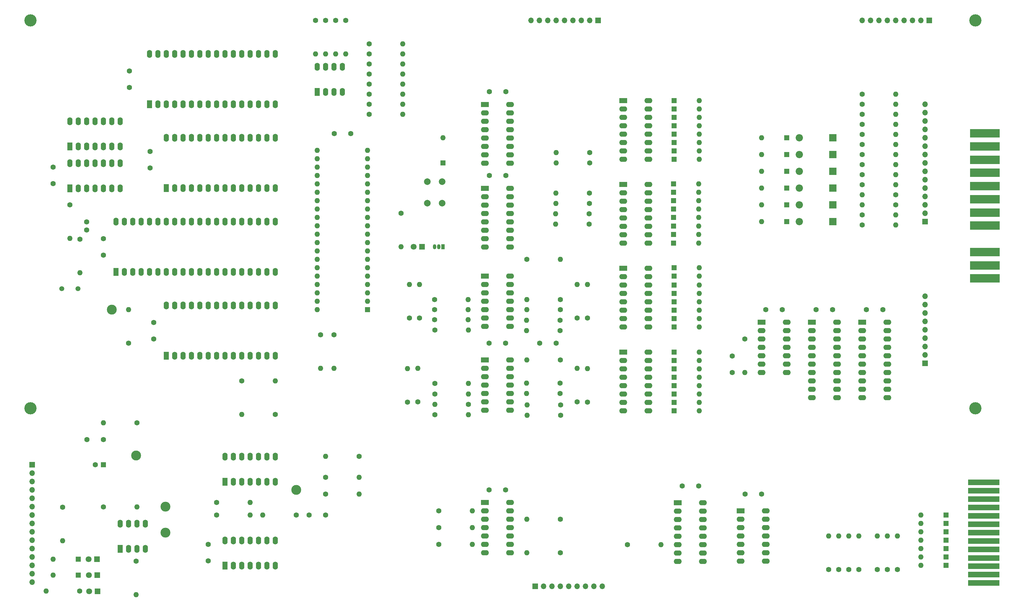
<source format=gbs>
%TF.GenerationSoftware,KiCad,Pcbnew,6.0.1-79c1e3a40b~116~ubuntu20.04.1*%
%TF.CreationDate,2022-02-18T22:33:53-05:00*%
%TF.ProjectId,gp-mpu,67702d6d-7075-42e6-9b69-6361645f7063,rev?*%
%TF.SameCoordinates,Original*%
%TF.FileFunction,Soldermask,Bot*%
%TF.FilePolarity,Negative*%
%FSLAX46Y46*%
G04 Gerber Fmt 4.6, Leading zero omitted, Abs format (unit mm)*
G04 Created by KiCad (PCBNEW 6.0.1-79c1e3a40b~116~ubuntu20.04.1) date 2022-02-18 22:33:53*
%MOMM*%
%LPD*%
G01*
G04 APERTURE LIST*
%ADD10R,1.600000X1.600000*%
%ADD11O,1.600000X1.600000*%
%ADD12C,1.600000*%
%ADD13R,1.600000X2.400000*%
%ADD14O,1.600000X2.400000*%
%ADD15R,1.700000X1.700000*%
%ADD16O,1.700000X1.700000*%
%ADD17C,3.000000*%
%ADD18R,2.200000X2.200000*%
%ADD19O,2.200000X2.200000*%
%ADD20R,1.800000X1.800000*%
%ADD21C,1.800000*%
%ADD22R,2.400000X1.600000*%
%ADD23O,2.400000X1.600000*%
%ADD24C,2.000000*%
%ADD25R,1.050000X1.500000*%
%ADD26O,1.050000X1.500000*%
%ADD27C,3.700000*%
%ADD28R,9.525000X1.780000*%
%ADD29R,9.000000X2.500000*%
%ADD30C,1.500000*%
G04 APERTURE END LIST*
D10*
%TO.C,D42*%
X203200000Y-73710800D03*
D11*
X210820000Y-73710800D03*
%TD*%
D12*
%TO.C,C14*%
X152345000Y-153665000D03*
X147345000Y-153665000D03*
%TD*%
D13*
%TO.C,U6*%
X44445000Y-36835000D03*
D14*
X46985000Y-36835000D03*
X49525000Y-36835000D03*
X52065000Y-36835000D03*
X54605000Y-36835000D03*
X57145000Y-36835000D03*
X59685000Y-36835000D03*
X62225000Y-36835000D03*
X64765000Y-36835000D03*
X67305000Y-36835000D03*
X69845000Y-36835000D03*
X72385000Y-36835000D03*
X74925000Y-36835000D03*
X77465000Y-36835000D03*
X80005000Y-36835000D03*
X82545000Y-36835000D03*
X82545000Y-21595000D03*
X80005000Y-21595000D03*
X77465000Y-21595000D03*
X74925000Y-21595000D03*
X72385000Y-21595000D03*
X69845000Y-21595000D03*
X67305000Y-21595000D03*
X64765000Y-21595000D03*
X62225000Y-21595000D03*
X59685000Y-21595000D03*
X57145000Y-21595000D03*
X54605000Y-21595000D03*
X52065000Y-21595000D03*
X49525000Y-21595000D03*
X46985000Y-21595000D03*
X44445000Y-21595000D03*
%TD*%
D10*
%TO.C,D50*%
X203327000Y-124587000D03*
D11*
X210947000Y-124587000D03*
%TD*%
D12*
%TO.C,R21*%
X270510000Y-67310000D03*
D11*
X260350000Y-67310000D03*
%TD*%
D12*
%TO.C,C5*%
X97745000Y-161290000D03*
X92745000Y-161290000D03*
%TD*%
D13*
%TO.C,U5*%
X67300000Y-176545000D03*
D14*
X69840000Y-176545000D03*
X72380000Y-176545000D03*
X74920000Y-176545000D03*
X77460000Y-176545000D03*
X80000000Y-176545000D03*
X82540000Y-176545000D03*
X82540000Y-168925000D03*
X80000000Y-168925000D03*
X77460000Y-168925000D03*
X74920000Y-168925000D03*
X72380000Y-168925000D03*
X69840000Y-168925000D03*
X67300000Y-168925000D03*
%TD*%
D15*
%TO.C,J4*%
X279400000Y-115316000D03*
D16*
X279400000Y-112776000D03*
X279400000Y-110236000D03*
X279400000Y-107696000D03*
X279400000Y-105156000D03*
X279400000Y-102616000D03*
X279400000Y-100076000D03*
X279400000Y-97536000D03*
X279400000Y-94996000D03*
%TD*%
D12*
%TO.C,L1*%
X40635000Y-133350000D03*
D11*
X30475000Y-133350000D03*
%TD*%
D17*
%TO.C,TP6*%
X88895000Y-153670000D03*
%TD*%
D12*
%TO.C,R32*%
X88895000Y-161290000D03*
D11*
X78735000Y-161290000D03*
%TD*%
D12*
%TO.C,R69*%
X125715000Y-126995000D03*
D11*
X125715000Y-116835000D03*
%TD*%
D12*
%TO.C,R25*%
X23368000Y-77724000D03*
D11*
X23368000Y-87884000D03*
%TD*%
D10*
%TO.C,D16*%
X285750000Y-171450000D03*
D11*
X278130000Y-171450000D03*
%TD*%
D10*
%TO.C,D19*%
X285750000Y-161290000D03*
D11*
X278130000Y-161290000D03*
%TD*%
D18*
%TO.C,D5*%
X251460000Y-57150000D03*
D19*
X241300000Y-57150000D03*
%TD*%
D12*
%TO.C,R17*%
X270510000Y-64262000D03*
D11*
X260350000Y-64262000D03*
%TD*%
D12*
%TO.C,R37*%
X264922000Y-177800000D03*
D11*
X264922000Y-167640000D03*
%TD*%
D20*
%TO.C,D58*%
X28656200Y-184353200D03*
D21*
X26116200Y-184353200D03*
%TD*%
D12*
%TO.C,R13*%
X177698400Y-66852800D03*
D11*
X167538400Y-66852800D03*
%TD*%
D12*
%TO.C,R54*%
X130860800Y-121412000D03*
D11*
X141020800Y-121412000D03*
%TD*%
D22*
%TO.C,U9*%
X146035000Y-157475000D03*
D23*
X146035000Y-160015000D03*
X146035000Y-162555000D03*
X146035000Y-165095000D03*
X146035000Y-167635000D03*
X146035000Y-170175000D03*
X146035000Y-172715000D03*
X153655000Y-172715000D03*
X153655000Y-170175000D03*
X153655000Y-167635000D03*
X153655000Y-165095000D03*
X153655000Y-162555000D03*
X153655000Y-160015000D03*
X153655000Y-157475000D03*
%TD*%
D12*
%TO.C,R33*%
X82545000Y-130810000D03*
D11*
X72385000Y-130810000D03*
%TD*%
D12*
%TO.C,C7*%
X30475000Y-82550000D03*
X30475000Y-77550000D03*
%TD*%
D10*
%TO.C,D21*%
X203327000Y-40767000D03*
D11*
X210947000Y-40767000D03*
%TD*%
D22*
%TO.C,U12*%
X229855000Y-102865000D03*
D23*
X229855000Y-105405000D03*
X229855000Y-107945000D03*
X229855000Y-110485000D03*
X229855000Y-113025000D03*
X229855000Y-115565000D03*
X229855000Y-118105000D03*
X237475000Y-118105000D03*
X237475000Y-115565000D03*
X237475000Y-113025000D03*
X237475000Y-110485000D03*
X237475000Y-107945000D03*
X237475000Y-105405000D03*
X237475000Y-102865000D03*
%TD*%
D22*
%TO.C,U17*%
X204455000Y-157495000D03*
D23*
X204455000Y-160035000D03*
X204455000Y-162575000D03*
X204455000Y-165115000D03*
X204455000Y-167655000D03*
X204455000Y-170195000D03*
X204455000Y-172735000D03*
X204455000Y-175275000D03*
X212075000Y-175275000D03*
X212075000Y-172735000D03*
X212075000Y-170195000D03*
X212075000Y-167655000D03*
X212075000Y-165115000D03*
X212075000Y-162575000D03*
X212075000Y-160035000D03*
X212075000Y-157495000D03*
%TD*%
D12*
%TO.C,R8*%
X132080000Y-170180000D03*
D11*
X142240000Y-170180000D03*
%TD*%
D13*
%TO.C,U4*%
X20310000Y-49545000D03*
D14*
X22850000Y-49545000D03*
X25390000Y-49545000D03*
X27930000Y-49545000D03*
X30470000Y-49545000D03*
X33010000Y-49545000D03*
X35550000Y-49545000D03*
X35550000Y-41925000D03*
X33010000Y-41925000D03*
X30470000Y-41925000D03*
X27930000Y-41925000D03*
X25390000Y-41925000D03*
X22850000Y-41925000D03*
X20310000Y-41925000D03*
%TD*%
D12*
%TO.C,R24*%
X20315000Y-67310000D03*
D11*
X20315000Y-77470000D03*
%TD*%
D12*
%TO.C,R31*%
X64765000Y-161290000D03*
D11*
X74925000Y-161290000D03*
%TD*%
D12*
%TO.C,C20*%
X44577000Y-51094000D03*
X44577000Y-56094000D03*
%TD*%
%TO.C,R85*%
X110998000Y-33782000D03*
D11*
X121158000Y-33782000D03*
%TD*%
D24*
%TO.C,SW6*%
X128560000Y-66750000D03*
X128560000Y-60250000D03*
X133060000Y-66750000D03*
X133060000Y-60250000D03*
%TD*%
D12*
%TO.C,R77*%
X120650000Y-69850000D03*
D11*
X120650000Y-80010000D03*
%TD*%
D10*
%TO.C,D30*%
X203327000Y-96647000D03*
D11*
X210947000Y-96647000D03*
%TD*%
D12*
%TO.C,R55*%
X130860800Y-130860800D03*
D11*
X141020800Y-130860800D03*
%TD*%
D20*
%TO.C,D57*%
X28605400Y-179425600D03*
D21*
X26065400Y-179425600D03*
%TD*%
D10*
%TO.C,D14*%
X285750000Y-176530000D03*
D11*
X278130000Y-176530000D03*
%TD*%
D10*
%TO.C,D43*%
X203200000Y-78841600D03*
D11*
X210820000Y-78841600D03*
%TD*%
D10*
%TO.C,D40*%
X203200000Y-63500000D03*
D11*
X210820000Y-63500000D03*
%TD*%
D12*
%TO.C,C19*%
X210805000Y-152415000D03*
X205805000Y-152415000D03*
%TD*%
D25*
%TO.C,Q1*%
X133350000Y-80010000D03*
D26*
X132080000Y-80010000D03*
X130810000Y-80010000D03*
%TD*%
D10*
%TO.C,D26*%
X203200000Y-71120000D03*
D11*
X210820000Y-71120000D03*
%TD*%
D10*
%TO.C,D33*%
X203327000Y-116967000D03*
D11*
X210947000Y-116967000D03*
%TD*%
D12*
%TO.C,R28*%
X107950000Y-143510000D03*
D11*
X97790000Y-143510000D03*
%TD*%
D12*
%TO.C,R86*%
X110998000Y-27686000D03*
D11*
X121158000Y-27686000D03*
%TD*%
D27*
%TO.C,REF\u002A\u002A*%
X8382000Y-11430000D03*
%TD*%
D10*
%TO.C,D45*%
X203327000Y-94107000D03*
D11*
X210947000Y-94107000D03*
%TD*%
D10*
%TO.C,D41*%
X203200000Y-68580000D03*
D11*
X210820000Y-68580000D03*
%TD*%
D17*
%TO.C,TP5*%
X33015000Y-99060000D03*
%TD*%
D15*
%TO.C,J6*%
X280660000Y-11430000D03*
D16*
X278120000Y-11430000D03*
X275580000Y-11430000D03*
X273040000Y-11430000D03*
X270500000Y-11430000D03*
X267960000Y-11430000D03*
X265420000Y-11430000D03*
X262880000Y-11430000D03*
X260340000Y-11430000D03*
%TD*%
D13*
%TO.C,U7*%
X49535000Y-62210000D03*
D14*
X52075000Y-62210000D03*
X54615000Y-62210000D03*
X57155000Y-62210000D03*
X59695000Y-62210000D03*
X62235000Y-62210000D03*
X64775000Y-62210000D03*
X67315000Y-62210000D03*
X69855000Y-62210000D03*
X72395000Y-62210000D03*
X74935000Y-62210000D03*
X77475000Y-62210000D03*
X80015000Y-62210000D03*
X82555000Y-62210000D03*
X82555000Y-46970000D03*
X80015000Y-46970000D03*
X77475000Y-46970000D03*
X74935000Y-46970000D03*
X72395000Y-46970000D03*
X69855000Y-46970000D03*
X67315000Y-46970000D03*
X64775000Y-46970000D03*
X62235000Y-46970000D03*
X59695000Y-46970000D03*
X57155000Y-46970000D03*
X54615000Y-46970000D03*
X52075000Y-46970000D03*
X49535000Y-46970000D03*
%TD*%
D10*
%TO.C,D24*%
X203200000Y-60960000D03*
D11*
X210820000Y-60960000D03*
%TD*%
D10*
%TO.C,D15*%
X285750000Y-173990000D03*
D11*
X278130000Y-173990000D03*
%TD*%
D12*
%TO.C,R50*%
X260350000Y-42926000D03*
D11*
X270510000Y-42926000D03*
%TD*%
D12*
%TO.C,R6*%
X132080000Y-160020000D03*
D11*
X142240000Y-160020000D03*
%TD*%
D12*
%TO.C,R4*%
X100838000Y-11430000D03*
D11*
X100838000Y-21590000D03*
%TD*%
D12*
%TO.C,R12*%
X177698400Y-63703200D03*
D11*
X167538400Y-63703200D03*
%TD*%
D12*
%TO.C,R47*%
X260350000Y-55118000D03*
D11*
X270510000Y-55118000D03*
%TD*%
D20*
%TO.C,D52*%
X127000000Y-80010000D03*
D21*
X124460000Y-80010000D03*
%TD*%
D10*
%TO.C,U8*%
X110490000Y-99055000D03*
D11*
X110490000Y-96515000D03*
X110490000Y-93975000D03*
X110490000Y-91435000D03*
X110490000Y-88895000D03*
X110490000Y-86355000D03*
X110490000Y-83815000D03*
X110490000Y-81275000D03*
X110490000Y-78735000D03*
X110490000Y-76195000D03*
X110490000Y-73655000D03*
X110490000Y-71115000D03*
X110490000Y-68575000D03*
X110490000Y-66035000D03*
X110490000Y-63495000D03*
X110490000Y-60955000D03*
X110490000Y-58415000D03*
X110490000Y-55875000D03*
X110490000Y-53335000D03*
X110490000Y-50795000D03*
X95250000Y-50795000D03*
X95250000Y-53335000D03*
X95250000Y-55875000D03*
X95250000Y-58415000D03*
X95250000Y-60955000D03*
X95250000Y-63495000D03*
X95250000Y-66035000D03*
X95250000Y-68575000D03*
X95250000Y-71115000D03*
X95250000Y-73655000D03*
X95250000Y-76195000D03*
X95250000Y-78735000D03*
X95250000Y-81275000D03*
X95250000Y-83815000D03*
X95250000Y-86355000D03*
X95250000Y-88895000D03*
X95250000Y-91435000D03*
X95250000Y-93975000D03*
X95250000Y-96515000D03*
X95250000Y-99055000D03*
%TD*%
D18*
%TO.C,D1*%
X251460000Y-46990000D03*
D19*
X241300000Y-46990000D03*
%TD*%
D13*
%TO.C,U20*%
X67300000Y-151145000D03*
D14*
X69840000Y-151145000D03*
X72380000Y-151145000D03*
X74920000Y-151145000D03*
X77460000Y-151145000D03*
X80000000Y-151145000D03*
X82540000Y-151145000D03*
X82540000Y-143525000D03*
X80000000Y-143525000D03*
X77460000Y-143525000D03*
X74920000Y-143525000D03*
X72380000Y-143525000D03*
X69840000Y-143525000D03*
X67300000Y-143525000D03*
%TD*%
D10*
%TO.C,D53*%
X133350000Y-54610000D03*
D11*
X133350000Y-46990000D03*
%TD*%
D12*
%TO.C,C1*%
X220980000Y-118070000D03*
X220980000Y-113070000D03*
%TD*%
%TO.C,R53*%
X130860800Y-124561600D03*
D11*
X141020800Y-124561600D03*
%TD*%
D20*
%TO.C,D55*%
X28554600Y-174650400D03*
D21*
X26014600Y-174650400D03*
%TD*%
D12*
%TO.C,R66*%
X168910000Y-99060000D03*
D11*
X158750000Y-99060000D03*
%TD*%
D12*
%TO.C,R63*%
X130860800Y-105206800D03*
D11*
X141020800Y-105206800D03*
%TD*%
D12*
%TO.C,R45*%
X260350000Y-52070000D03*
D11*
X270510000Y-52070000D03*
%TD*%
D12*
%TO.C,R60*%
X168960800Y-131064000D03*
D11*
X158800800Y-131064000D03*
%TD*%
D12*
%TO.C,R89*%
X110998000Y-24638000D03*
D11*
X121158000Y-24638000D03*
%TD*%
D27*
%TO.C,REF\u002A\u002A*%
X8382000Y-128905000D03*
%TD*%
D10*
%TO.C,D37*%
X203327000Y-43307000D03*
D11*
X210947000Y-43307000D03*
%TD*%
D12*
%TO.C,R67*%
X168808400Y-102209600D03*
D11*
X158648400Y-102209600D03*
%TD*%
D10*
%TO.C,D44*%
X203327000Y-88900000D03*
D11*
X210947000Y-88900000D03*
%TD*%
D22*
%TO.C,U14*%
X260335000Y-102875000D03*
D23*
X260335000Y-105415000D03*
X260335000Y-107955000D03*
X260335000Y-110495000D03*
X260335000Y-113035000D03*
X260335000Y-115575000D03*
X260335000Y-118115000D03*
X260335000Y-120655000D03*
X260335000Y-123195000D03*
X260335000Y-125735000D03*
X267955000Y-125735000D03*
X267955000Y-123195000D03*
X267955000Y-120655000D03*
X267955000Y-118115000D03*
X267955000Y-115575000D03*
X267955000Y-113035000D03*
X267955000Y-110495000D03*
X267955000Y-107955000D03*
X267955000Y-105415000D03*
X267955000Y-102875000D03*
%TD*%
D12*
%TO.C,R30*%
X97790000Y-149860000D03*
D11*
X107950000Y-149860000D03*
%TD*%
D12*
%TO.C,R80*%
X18084800Y-158851600D03*
D11*
X18084800Y-169011600D03*
%TD*%
D13*
%TO.C,U3*%
X20310000Y-62245000D03*
D14*
X22850000Y-62245000D03*
X25390000Y-62245000D03*
X27930000Y-62245000D03*
X30470000Y-62245000D03*
X33010000Y-62245000D03*
X35550000Y-62245000D03*
X35550000Y-54625000D03*
X33010000Y-54625000D03*
X30470000Y-54625000D03*
X27930000Y-54625000D03*
X25390000Y-54625000D03*
X22850000Y-54625000D03*
X20310000Y-54625000D03*
%TD*%
D12*
%TO.C,R10*%
X168910000Y-172720000D03*
D11*
X158750000Y-172720000D03*
%TD*%
D10*
%TO.C,D20*%
X203327000Y-35687000D03*
D11*
X210947000Y-35687000D03*
%TD*%
D18*
%TO.C,D3*%
X251460000Y-52070000D03*
D19*
X241300000Y-52070000D03*
%TD*%
D12*
%TO.C,R64*%
X130810000Y-102108000D03*
D11*
X140970000Y-102108000D03*
%TD*%
D12*
%TO.C,R83*%
X110998000Y-36830000D03*
D11*
X121158000Y-36830000D03*
%TD*%
D12*
%TO.C,C16*%
X15235000Y-55880000D03*
X15235000Y-60880000D03*
%TD*%
%TO.C,R39*%
X256286000Y-177800000D03*
D11*
X256286000Y-167640000D03*
%TD*%
D12*
%TO.C,R40*%
X259334000Y-177800000D03*
D11*
X259334000Y-167640000D03*
%TD*%
D12*
%TO.C,R38*%
X267970000Y-177800000D03*
D11*
X267970000Y-167640000D03*
%TD*%
D12*
%TO.C,R23*%
X168910000Y-162560000D03*
D11*
X158750000Y-162560000D03*
%TD*%
D12*
%TO.C,R9*%
X177800000Y-54610000D03*
D11*
X167640000Y-54610000D03*
%TD*%
D10*
%TO.C,D51*%
X203327000Y-129667000D03*
D11*
X210947000Y-129667000D03*
%TD*%
D12*
%TO.C,C15*%
X152360000Y-33020000D03*
X147360000Y-33020000D03*
%TD*%
%TO.C,C9*%
X38354000Y-26710000D03*
X38354000Y-31710000D03*
%TD*%
%TO.C,R79*%
X100325000Y-106680000D03*
D11*
X100325000Y-116840000D03*
%TD*%
D12*
%TO.C,R68*%
X168859200Y-105359200D03*
D11*
X158699200Y-105359200D03*
%TD*%
D12*
%TO.C,R70*%
X122580400Y-127050800D03*
D11*
X122580400Y-116890800D03*
%TD*%
D10*
%TO.C,D35*%
X203327000Y-127127000D03*
D11*
X210947000Y-127127000D03*
%TD*%
D15*
%TO.C,J2*%
X161285000Y-182880000D03*
D16*
X163825000Y-182880000D03*
X166365000Y-182880000D03*
X168905000Y-182880000D03*
X171445000Y-182880000D03*
X173985000Y-182880000D03*
X176525000Y-182880000D03*
X179065000Y-182880000D03*
X181605000Y-182880000D03*
%TD*%
D12*
%TO.C,R19*%
X260350000Y-70358000D03*
D11*
X270510000Y-70358000D03*
%TD*%
D12*
%TO.C,R78*%
X96275000Y-106680000D03*
D11*
X96275000Y-116840000D03*
%TD*%
D12*
%TO.C,R65*%
X168910000Y-95961200D03*
D11*
X158750000Y-95961200D03*
%TD*%
D12*
%TO.C,C3*%
X30475000Y-138430000D03*
X25475000Y-138430000D03*
%TD*%
D22*
%TO.C,U13*%
X245095000Y-102875000D03*
D23*
X245095000Y-105415000D03*
X245095000Y-107955000D03*
X245095000Y-110495000D03*
X245095000Y-113035000D03*
X245095000Y-115575000D03*
X245095000Y-118115000D03*
X245095000Y-120655000D03*
X245095000Y-123195000D03*
X245095000Y-125735000D03*
X252715000Y-125735000D03*
X252715000Y-123195000D03*
X252715000Y-120655000D03*
X252715000Y-118115000D03*
X252715000Y-115575000D03*
X252715000Y-113035000D03*
X252715000Y-110495000D03*
X252715000Y-107955000D03*
X252715000Y-105415000D03*
X252715000Y-102875000D03*
%TD*%
D10*
%TO.C,D25*%
X203200000Y-66040000D03*
D11*
X210820000Y-66040000D03*
%TD*%
D12*
%TO.C,R88*%
X110998000Y-18542000D03*
D11*
X121158000Y-18542000D03*
%TD*%
D22*
%TO.C,U10*%
X146035000Y-36845000D03*
D23*
X146035000Y-39385000D03*
X146035000Y-41925000D03*
X146035000Y-44465000D03*
X146035000Y-47005000D03*
X146035000Y-49545000D03*
X146035000Y-52085000D03*
X146035000Y-54625000D03*
X153655000Y-54625000D03*
X153655000Y-52085000D03*
X153655000Y-49545000D03*
X153655000Y-47005000D03*
X153655000Y-44465000D03*
X153655000Y-41925000D03*
X153655000Y-39385000D03*
X153655000Y-36845000D03*
%TD*%
D12*
%TO.C,C13*%
X100370000Y-45720000D03*
X105370000Y-45720000D03*
%TD*%
D22*
%TO.C,U16*%
X146035000Y-114295000D03*
D23*
X146035000Y-116835000D03*
X146035000Y-119375000D03*
X146035000Y-121915000D03*
X146035000Y-124455000D03*
X146035000Y-126995000D03*
X146035000Y-129535000D03*
X153655000Y-129535000D03*
X153655000Y-126995000D03*
X153655000Y-124455000D03*
X153655000Y-121915000D03*
X153655000Y-119375000D03*
X153655000Y-116835000D03*
X153655000Y-114295000D03*
%TD*%
D12*
%TO.C,R82*%
X40386000Y-175260000D03*
D11*
X40386000Y-185420000D03*
%TD*%
D13*
%TO.C,U2*%
X34290000Y-87635000D03*
D14*
X36830000Y-87635000D03*
X39370000Y-87635000D03*
X41910000Y-87635000D03*
X44450000Y-87635000D03*
X46990000Y-87635000D03*
X49530000Y-87635000D03*
X52070000Y-87635000D03*
X54610000Y-87635000D03*
X57150000Y-87635000D03*
X59690000Y-87635000D03*
X62230000Y-87635000D03*
X64770000Y-87635000D03*
X67310000Y-87635000D03*
X69850000Y-87635000D03*
X72390000Y-87635000D03*
X74930000Y-87635000D03*
X77470000Y-87635000D03*
X80010000Y-87635000D03*
X82550000Y-87635000D03*
X82550000Y-72395000D03*
X80010000Y-72395000D03*
X77470000Y-72395000D03*
X74930000Y-72395000D03*
X72390000Y-72395000D03*
X69850000Y-72395000D03*
X67310000Y-72395000D03*
X64770000Y-72395000D03*
X62230000Y-72395000D03*
X59690000Y-72395000D03*
X57150000Y-72395000D03*
X54610000Y-72395000D03*
X52070000Y-72395000D03*
X49530000Y-72395000D03*
X46990000Y-72395000D03*
X44450000Y-72395000D03*
X41910000Y-72395000D03*
X39370000Y-72395000D03*
X36830000Y-72395000D03*
X34290000Y-72395000D03*
%TD*%
D12*
%TO.C,C2*%
X25395000Y-74930000D03*
X25395000Y-72430000D03*
%TD*%
D10*
%TO.C,D36*%
X203327000Y-38227000D03*
D11*
X210947000Y-38227000D03*
%TD*%
D10*
%TO.C,D12*%
X237490000Y-72390000D03*
D11*
X229870000Y-72390000D03*
%TD*%
D12*
%TO.C,R46*%
X260350000Y-33782000D03*
D11*
X270510000Y-33782000D03*
%TD*%
D10*
%TO.C,D34*%
X203327000Y-122047000D03*
D11*
X210947000Y-122047000D03*
%TD*%
D10*
%TO.C,D32*%
X203327000Y-111887000D03*
D11*
X210947000Y-111887000D03*
%TD*%
D10*
%TO.C,D29*%
X203327000Y-91567000D03*
D11*
X210947000Y-91567000D03*
%TD*%
D12*
%TO.C,R59*%
X168960800Y-127863600D03*
D11*
X158800800Y-127863600D03*
%TD*%
D12*
%TO.C,R34*%
X64765000Y-157480000D03*
D11*
X74925000Y-157480000D03*
%TD*%
D12*
%TO.C,R14*%
X177647600Y-69951600D03*
D11*
X167487600Y-69951600D03*
%TD*%
D12*
%TO.C,R62*%
X130810000Y-95961200D03*
D11*
X140970000Y-95961200D03*
%TD*%
D12*
%TO.C,R11*%
X177800000Y-51460400D03*
D11*
X167640000Y-51460400D03*
%TD*%
D28*
%TO.C,J3*%
X297130200Y-181827200D03*
X297130200Y-179287200D03*
X297130200Y-176747200D03*
X297168300Y-174258000D03*
X297130200Y-171667200D03*
X297130200Y-169127200D03*
X297130200Y-166587200D03*
X297130200Y-164047200D03*
X297130200Y-161507200D03*
X297130200Y-158967200D03*
X297130200Y-156427200D03*
X297130200Y-153887200D03*
X297142900Y-151321800D03*
%TD*%
D12*
%TO.C,R56*%
X141020800Y-127711200D03*
D11*
X130860800Y-127711200D03*
%TD*%
D22*
%TO.C,SW5*%
X187960000Y-111887000D03*
D23*
X187960000Y-114427000D03*
X187960000Y-116967000D03*
X187960000Y-119507000D03*
X187960000Y-122047000D03*
X187960000Y-124587000D03*
X187960000Y-127127000D03*
X187960000Y-129667000D03*
X195580000Y-129667000D03*
X195580000Y-127127000D03*
X195580000Y-124587000D03*
X195580000Y-122047000D03*
X195580000Y-119507000D03*
X195580000Y-116967000D03*
X195580000Y-114427000D03*
X195580000Y-111887000D03*
%TD*%
D12*
%TO.C,R42*%
X250190000Y-177800000D03*
D11*
X250190000Y-167640000D03*
%TD*%
D12*
%TO.C,R49*%
X260350000Y-49022000D03*
D11*
X270510000Y-49022000D03*
%TD*%
D10*
%TO.C,D23*%
X203327000Y-50927000D03*
D11*
X210947000Y-50927000D03*
%TD*%
D12*
%TO.C,R58*%
X168859200Y-124460000D03*
D11*
X158699200Y-124460000D03*
%TD*%
D10*
%TO.C,D56*%
X22860000Y-179425600D03*
D11*
X15240000Y-179425600D03*
%TD*%
D22*
%TO.C,U19*%
X146035000Y-88895000D03*
D23*
X146035000Y-91435000D03*
X146035000Y-93975000D03*
X146035000Y-96515000D03*
X146035000Y-99055000D03*
X146035000Y-101595000D03*
X146035000Y-104135000D03*
X153655000Y-104135000D03*
X153655000Y-101595000D03*
X153655000Y-99055000D03*
X153655000Y-96515000D03*
X153655000Y-93975000D03*
X153655000Y-91435000D03*
X153655000Y-88895000D03*
%TD*%
D12*
%TO.C,R90*%
X110998000Y-39878000D03*
D11*
X121158000Y-39878000D03*
%TD*%
D12*
%TO.C,R71*%
X173975000Y-126995000D03*
D11*
X173975000Y-116835000D03*
%TD*%
D12*
%TO.C,R87*%
X110998000Y-21590000D03*
D11*
X121158000Y-21590000D03*
%TD*%
D10*
%TO.C,D54*%
X22860000Y-174599600D03*
D11*
X15240000Y-174599600D03*
%TD*%
D12*
%TO.C,C11*%
X251405000Y-99060000D03*
X246405000Y-99060000D03*
%TD*%
D10*
%TO.C,D38*%
X203327000Y-48387000D03*
D11*
X210947000Y-48387000D03*
%TD*%
D10*
%TO.C,D39*%
X203327000Y-53467000D03*
D11*
X210947000Y-53467000D03*
%TD*%
D12*
%TO.C,R72*%
X177088800Y-127050800D03*
D11*
X177088800Y-116890800D03*
%TD*%
D10*
%TO.C,D6*%
X237490000Y-57150000D03*
D11*
X229870000Y-57150000D03*
%TD*%
D29*
%TO.C,J9*%
X297475000Y-89564000D03*
X297475000Y-85614000D03*
X297475000Y-81564000D03*
X297475000Y-73564000D03*
X297475000Y-69614000D03*
X297475000Y-65564000D03*
X297475000Y-61614000D03*
X297475000Y-57564000D03*
X297475000Y-53614000D03*
X297475000Y-49564000D03*
X297475000Y-45614000D03*
%TD*%
D10*
%TO.C,D27*%
X203200000Y-76250800D03*
D11*
X210820000Y-76250800D03*
%TD*%
D12*
%TO.C,R7*%
X132080000Y-165100000D03*
D11*
X142240000Y-165100000D03*
%TD*%
D30*
%TO.C,Y1*%
X17865000Y-92680000D03*
X22765000Y-92680000D03*
%TD*%
D18*
%TO.C,D11*%
X251460000Y-72390000D03*
D19*
X241300000Y-72390000D03*
%TD*%
D12*
%TO.C,R75*%
X173975000Y-101600000D03*
D11*
X173975000Y-91440000D03*
%TD*%
D12*
%TO.C,R26*%
X30485000Y-158765000D03*
D11*
X40645000Y-158765000D03*
%TD*%
D12*
%TO.C,R51*%
X260350000Y-39878000D03*
D11*
X270510000Y-39878000D03*
%TD*%
D10*
%TO.C,D49*%
X203327000Y-119507000D03*
D11*
X210947000Y-119507000D03*
%TD*%
D12*
%TO.C,R73*%
X126238000Y-101600000D03*
D11*
X126238000Y-91440000D03*
%TD*%
D10*
%TO.C,D4*%
X237490000Y-52070000D03*
D11*
X229870000Y-52070000D03*
%TD*%
D12*
%TO.C,R52*%
X158735000Y-83820000D03*
D11*
X168895000Y-83820000D03*
%TD*%
D12*
%TO.C,R48*%
X260350000Y-36830000D03*
D11*
X270510000Y-36830000D03*
%TD*%
D10*
%TO.C,D18*%
X285750000Y-168910000D03*
D11*
X278130000Y-168910000D03*
%TD*%
D10*
%TO.C,D10*%
X237490000Y-67310000D03*
D11*
X229870000Y-67310000D03*
%TD*%
D12*
%TO.C,R74*%
X123175000Y-101600000D03*
D11*
X123175000Y-91440000D03*
%TD*%
D22*
%TO.C,SW3*%
X187960000Y-61087000D03*
D23*
X187960000Y-63627000D03*
X187960000Y-66167000D03*
X187960000Y-68707000D03*
X187960000Y-71247000D03*
X187960000Y-73787000D03*
X187960000Y-76327000D03*
X187960000Y-78867000D03*
X195580000Y-78867000D03*
X195580000Y-76327000D03*
X195580000Y-73787000D03*
X195580000Y-71247000D03*
X195580000Y-68707000D03*
X195580000Y-66167000D03*
X195580000Y-63627000D03*
X195580000Y-61087000D03*
%TD*%
D12*
%TO.C,R3*%
X97795000Y-11430000D03*
D11*
X97795000Y-21590000D03*
%TD*%
D13*
%TO.C,U15*%
X35565000Y-171465000D03*
D14*
X38105000Y-171465000D03*
X40645000Y-171465000D03*
X43185000Y-171465000D03*
X43185000Y-163845000D03*
X40645000Y-163845000D03*
X38105000Y-163845000D03*
X35565000Y-163845000D03*
%TD*%
D22*
%TO.C,SW4*%
X187960000Y-86487000D03*
D23*
X187960000Y-89027000D03*
X187960000Y-91567000D03*
X187960000Y-94107000D03*
X187960000Y-96647000D03*
X187960000Y-99187000D03*
X187960000Y-101727000D03*
X187960000Y-104267000D03*
X195580000Y-104267000D03*
X195580000Y-101727000D03*
X195580000Y-99187000D03*
X195580000Y-96647000D03*
X195580000Y-94107000D03*
X195580000Y-91567000D03*
X195580000Y-89027000D03*
X195580000Y-86487000D03*
%TD*%
D12*
%TO.C,R20*%
X260350000Y-73406000D03*
D11*
X270510000Y-73406000D03*
%TD*%
D12*
%TO.C,R2*%
X94742000Y-11430000D03*
D11*
X94742000Y-21590000D03*
%TD*%
D12*
%TO.C,R27*%
X38095000Y-109220000D03*
D11*
X38095000Y-99060000D03*
%TD*%
D17*
%TO.C,TP3*%
X49276000Y-158750000D03*
%TD*%
D13*
%TO.C,SW1*%
X95255000Y-33035000D03*
D14*
X97795000Y-33035000D03*
X100335000Y-33035000D03*
X102875000Y-33035000D03*
X102875000Y-25415000D03*
X100335000Y-25415000D03*
X97795000Y-25415000D03*
X95255000Y-25415000D03*
%TD*%
D12*
%TO.C,C10*%
X62225000Y-170180000D03*
X62225000Y-175180000D03*
%TD*%
D10*
%TO.C,D47*%
X203327000Y-104267000D03*
D11*
X210947000Y-104267000D03*
%TD*%
D15*
%TO.C,J1*%
X8885000Y-146055000D03*
D16*
X8885000Y-148595000D03*
X8885000Y-151135000D03*
X8885000Y-153675000D03*
X8885000Y-156215000D03*
X8885000Y-158755000D03*
X8885000Y-161295000D03*
X8885000Y-163835000D03*
X8885000Y-166375000D03*
X8885000Y-168915000D03*
X8885000Y-171455000D03*
X8885000Y-173995000D03*
X8885000Y-176535000D03*
X8885000Y-179075000D03*
X8885000Y-181615000D03*
%TD*%
D10*
%TO.C,D48*%
X203327000Y-114427000D03*
D11*
X210947000Y-114427000D03*
%TD*%
D12*
%TO.C,R15*%
X177647600Y-73101200D03*
D11*
X167487600Y-73101200D03*
%TD*%
D12*
%TO.C,R5*%
X103886000Y-11430000D03*
D11*
X103886000Y-21590000D03*
%TD*%
D12*
%TO.C,C6*%
X167625000Y-109215000D03*
X162625000Y-109215000D03*
%TD*%
D22*
%TO.C,SW2*%
X187960000Y-35687000D03*
D23*
X187960000Y-38227000D03*
X187960000Y-40767000D03*
X187960000Y-43307000D03*
X187960000Y-45847000D03*
X187960000Y-48387000D03*
X187960000Y-50927000D03*
X187960000Y-53467000D03*
X195580000Y-53467000D03*
X195580000Y-50927000D03*
X195580000Y-48387000D03*
X195580000Y-45847000D03*
X195580000Y-43307000D03*
X195580000Y-40767000D03*
X195580000Y-38227000D03*
X195580000Y-35687000D03*
%TD*%
D10*
%TO.C,C4*%
X30475000Y-146050000D03*
D12*
X27975000Y-146050000D03*
%TD*%
%TO.C,R76*%
X177139600Y-101600000D03*
D11*
X177139600Y-91440000D03*
%TD*%
D12*
%TO.C,R1*%
X72385000Y-120650000D03*
D11*
X82545000Y-120650000D03*
%TD*%
D22*
%TO.C,U11*%
X146035000Y-62245000D03*
D23*
X146035000Y-64785000D03*
X146035000Y-67325000D03*
X146035000Y-69865000D03*
X146035000Y-72405000D03*
X146035000Y-74945000D03*
X146035000Y-77485000D03*
X146035000Y-80025000D03*
X153655000Y-80025000D03*
X153655000Y-77485000D03*
X153655000Y-74945000D03*
X153655000Y-72405000D03*
X153655000Y-69865000D03*
X153655000Y-67325000D03*
X153655000Y-64785000D03*
X153655000Y-62245000D03*
%TD*%
D12*
%TO.C,R44*%
X260350000Y-45974000D03*
D11*
X270510000Y-45974000D03*
%TD*%
D10*
%TO.C,D2*%
X237490000Y-46990000D03*
D11*
X229870000Y-46990000D03*
%TD*%
D12*
%TO.C,R29*%
X97790000Y-154940000D03*
D11*
X107950000Y-154940000D03*
%TD*%
D15*
%TO.C,J5*%
X279400000Y-72385000D03*
D16*
X279400000Y-69845000D03*
X279400000Y-67305000D03*
X279400000Y-64765000D03*
X279400000Y-62225000D03*
X279400000Y-59685000D03*
X279400000Y-57145000D03*
X279400000Y-54605000D03*
X279400000Y-52065000D03*
X279400000Y-49525000D03*
X279400000Y-46985000D03*
X279400000Y-44445000D03*
X279400000Y-41905000D03*
X279400000Y-39365000D03*
X279400000Y-36825000D03*
%TD*%
D12*
%TO.C,R43*%
X168895000Y-114295000D03*
D11*
X158735000Y-114295000D03*
%TD*%
D27*
%TO.C,REF\u002A\u002A*%
X294640000Y-11430000D03*
%TD*%
D13*
%TO.C,U1*%
X49510000Y-113035000D03*
D14*
X52050000Y-113035000D03*
X54590000Y-113035000D03*
X57130000Y-113035000D03*
X59670000Y-113035000D03*
X62210000Y-113035000D03*
X64750000Y-113035000D03*
X67290000Y-113035000D03*
X69830000Y-113035000D03*
X72370000Y-113035000D03*
X74910000Y-113035000D03*
X77450000Y-113035000D03*
X79990000Y-113035000D03*
X82530000Y-113035000D03*
X82530000Y-97795000D03*
X79990000Y-97795000D03*
X77450000Y-97795000D03*
X74910000Y-97795000D03*
X72370000Y-97795000D03*
X69830000Y-97795000D03*
X67290000Y-97795000D03*
X64750000Y-97795000D03*
X62210000Y-97795000D03*
X59670000Y-97795000D03*
X57130000Y-97795000D03*
X54590000Y-97795000D03*
X52050000Y-97795000D03*
X49510000Y-97795000D03*
%TD*%
D12*
%TO.C,C12*%
X266645000Y-99065000D03*
X261645000Y-99065000D03*
%TD*%
%TO.C,R81*%
X23266400Y-184302400D03*
D11*
X13106400Y-184302400D03*
%TD*%
D12*
%TO.C,R84*%
X110998000Y-30734000D03*
D11*
X121158000Y-30734000D03*
%TD*%
D17*
%TO.C,TP1*%
X40386000Y-143256000D03*
%TD*%
D10*
%TO.C,D17*%
X285750000Y-166370000D03*
D11*
X278130000Y-166370000D03*
%TD*%
D18*
%TO.C,D9*%
X251460000Y-67310000D03*
D19*
X241300000Y-67310000D03*
%TD*%
D12*
%TO.C,C17*%
X229870000Y-154940000D03*
X224870000Y-154940000D03*
%TD*%
%TO.C,C21*%
X147345000Y-109220000D03*
X152345000Y-109220000D03*
%TD*%
D10*
%TO.C,D46*%
X203327000Y-99187000D03*
D11*
X210947000Y-99187000D03*
%TD*%
D10*
%TO.C,D31*%
X203327000Y-101727000D03*
D11*
X210947000Y-101727000D03*
%TD*%
D18*
%TO.C,D7*%
X251460000Y-62230000D03*
D19*
X241300000Y-62230000D03*
%TD*%
D12*
%TO.C,R41*%
X271018000Y-177800000D03*
D11*
X271018000Y-167640000D03*
%TD*%
D12*
%TO.C,R57*%
X168859200Y-121259600D03*
D11*
X158699200Y-121259600D03*
%TD*%
D12*
%TO.C,R36*%
X253238000Y-177800000D03*
D11*
X253238000Y-167640000D03*
%TD*%
D10*
%TO.C,D22*%
X203327000Y-45847000D03*
D11*
X210947000Y-45847000D03*
%TD*%
D12*
%TO.C,R61*%
X130795000Y-99060000D03*
D11*
X140955000Y-99060000D03*
%TD*%
D27*
%TO.C,REF\u002A\u002A*%
X294640000Y-128905000D03*
%TD*%
D10*
%TO.C,D8*%
X237490000Y-62230000D03*
D11*
X229870000Y-62230000D03*
%TD*%
D12*
%TO.C,R16*%
X224790000Y-107950000D03*
D11*
X224790000Y-118110000D03*
%TD*%
D10*
%TO.C,D13*%
X285750000Y-163830000D03*
D11*
X278130000Y-163830000D03*
%TD*%
D12*
%TO.C,C22*%
X236165000Y-99055000D03*
X231165000Y-99055000D03*
%TD*%
D22*
%TO.C,U18*%
X223520000Y-160020000D03*
D23*
X223520000Y-162560000D03*
X223520000Y-165100000D03*
X223520000Y-167640000D03*
X223520000Y-170180000D03*
X223520000Y-172720000D03*
X223520000Y-175260000D03*
X231140000Y-175260000D03*
X231140000Y-172720000D03*
X231140000Y-170180000D03*
X231140000Y-167640000D03*
X231140000Y-165100000D03*
X231140000Y-162560000D03*
X231140000Y-160020000D03*
%TD*%
D12*
%TO.C,C8*%
X152400000Y-58420000D03*
X147400000Y-58420000D03*
%TD*%
D15*
%TO.C,J7*%
X180325000Y-11430000D03*
D16*
X177785000Y-11430000D03*
X175245000Y-11430000D03*
X172705000Y-11430000D03*
X170165000Y-11430000D03*
X167625000Y-11430000D03*
X165085000Y-11430000D03*
X162545000Y-11430000D03*
X160005000Y-11430000D03*
%TD*%
D12*
%TO.C,R18*%
X260350000Y-61214000D03*
D11*
X270510000Y-61214000D03*
%TD*%
D12*
%TO.C,R22*%
X260350000Y-58166000D03*
D11*
X270510000Y-58166000D03*
%TD*%
D10*
%TO.C,D28*%
X203327000Y-86309200D03*
D11*
X210947000Y-86309200D03*
%TD*%
D17*
%TO.C,TP2*%
X49276000Y-166624000D03*
%TD*%
D12*
%TO.C,R35*%
X189230000Y-170195000D03*
D11*
X199390000Y-170195000D03*
%TD*%
D12*
%TO.C,C18*%
X45715000Y-102910000D03*
X45715000Y-107910000D03*
%TD*%
M02*

</source>
